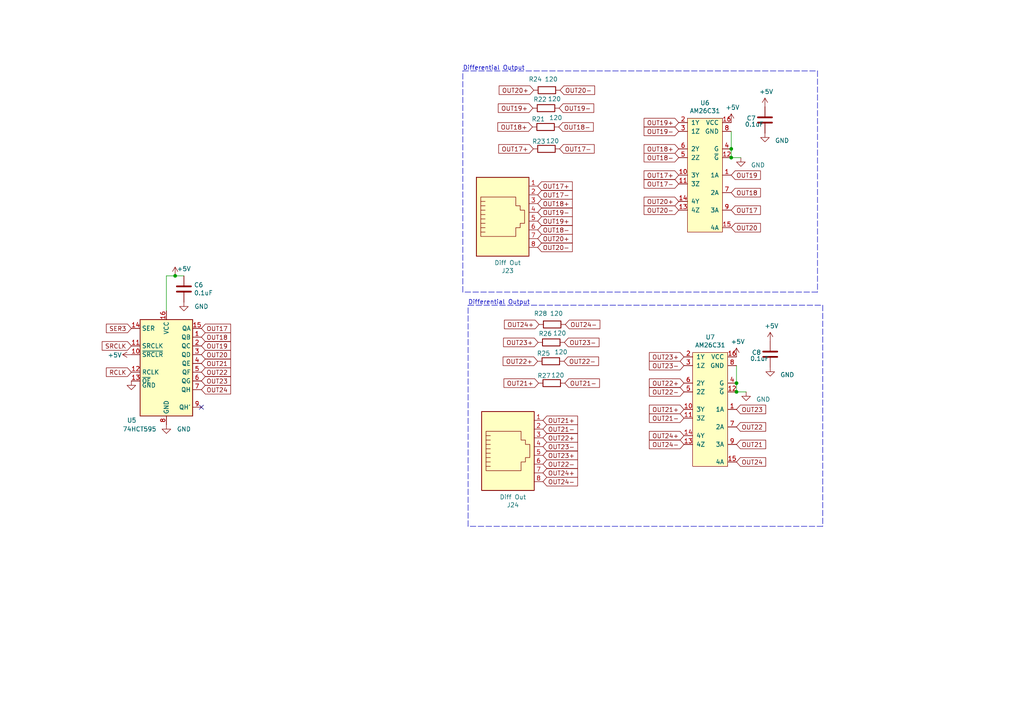
<source format=kicad_sch>
(kicad_sch (version 20211123) (generator eeschema)
  (paper "A4")
  (title_block (title "ESP32 Controller") (date "2023-01-11") (rev "v1") (company "Scott Hanson"))
  (lib_symbols
    (symbol "74xx:74HCT595"
      (property "Reference" "U" (at -7.62 13.97 0))
      (property "Value" "74HCT595" (at -7.62 -16.51 0))
      (symbol "74HCT595_1_0"
        (pin tri_state line (at 10.16 7.62 180) (length 2.54) (name "QB") (number "1"))
        (pin input line (at -10.16 2.54 0) (length 2.54) (name "~{SRCLR}") (number "10"))
        (pin input line (at -10.16 5.08 0) (length 2.54) (name "SRCLK") (number "11"))
        (pin input line (at -10.16 -2.54 0) (length 2.54) (name "RCLK") (number "12"))
        (pin input line (at -10.16 -5.08 0) (length 2.54) (name "~{OE}") (number "13"))
        (pin input line (at -10.16 10.16 0) (length 2.54) (name "SER") (number "14"))
        (pin tri_state line (at 10.16 10.16 180) (length 2.54) (name "QA") (number "15"))
        (pin power_in line (at 0 15.24 270) (length 2.54) (name "VCC") (number "16"))
        (pin tri_state line (at 10.16 5.08 180) (length 2.54) (name "QC") (number "2"))
        (pin tri_state line (at 10.16 2.54 180) (length 2.54) (name "QD") (number "3"))
        (pin tri_state line (at 10.16 0 180) (length 2.54) (name "QE") (number "4"))
        (pin tri_state line (at 10.16 -2.54 180) (length 2.54) (name "QF") (number "5"))
        (pin tri_state line (at 10.16 -5.08 180) (length 2.54) (name "QG") (number "6"))
        (pin tri_state line (at 10.16 -7.62 180) (length 2.54) (name "QH") (number "7"))
        (pin power_in line (at 0 -17.78 90) (length 2.54) (name "GND") (number "8"))
        (pin output line (at 10.16 -12.7 180) (length 2.54) (name "QH'") (number "9"))
      )
      (symbol "74HCT595_1_1"
        (rectangle (start -7.62 12.7) (end 7.62 -15.24) (stroke (width 0.254)) (fill (type background)))
      )
    )
    (symbol "AM26C31:AM26C31" (pin_names (offset 1.016))
      (property "Reference" "IC" (at -5.08 17.78 0))
      (property "Value" "AM26C31_AM26C31" (at -5.08 -17.78 0))
      (symbol "AM26C31_0_0"
        (pin input line (at -7.62 0 0) (length 2.54) (name "1A") (number "1"))
        (pin output line (at 7.62 0 180) (length 2.54) (name "3Y") (number "10"))
        (pin output line (at 7.62 -2.54 180) (length 2.54) (name "3Z") (number "11"))
        (pin input line (at -7.62 5.08 0) (length 2.54) (name "~{G}") (number "12"))
        (pin output line (at 7.62 -10.16 180) (length 2.54) (name "4Z") (number "13"))
        (pin output line (at 7.62 -7.62 180) (length 2.54) (name "4Y") (number "14"))
        (pin input line (at -7.62 -15.24 0) (length 2.54) (name "4A") (number "15"))
        (pin power_in line (at -7.62 15.24 0) (length 2.54) (name "VCC") (number "16"))
        (pin output line (at 7.62 15.24 180) (length 2.54) (name "1Y") (number "2"))
        (pin output line (at 7.62 12.7 180) (length 2.54) (name "1Z") (number "3"))
        (pin input line (at -7.62 7.62 0) (length 2.54) (name "G") (number "4"))
        (pin output line (at 7.62 5.08 180) (length 2.54) (name "2Z") (number "5"))
        (pin output line (at 7.62 7.62 180) (length 2.54) (name "2Y") (number "6"))
        (pin input line (at -7.62 -5.08 0) (length 2.54) (name "2A") (number "7"))
        (pin power_in line (at -7.62 12.7 0) (length 2.54) (name "GND") (number "8"))
        (pin input line (at -7.62 -10.16 0) (length 2.54) (name "3A") (number "9"))
      )
      (symbol "AM26C31_0_1"
        (rectangle (start -5.08 16.51) (end 5.08 -16.51) (fill (type background)))
      )
    )
    (symbol "Connector:RJ45" (pin_names (offset 1.016))
      (property "Reference" "J" (at -5.08 13.97 0))
      (property "Value" "RJ45" (at 2.54 13.97 0))
      (symbol "RJ45_0_1"
        (polyline (pts (xy -5.08 4.445) (xy -6.35 4.445)))
        (polyline (pts (xy -5.08 5.715) (xy -6.35 5.715)))
        (polyline (pts (xy -6.35 -3.175) (xy -5.08 -3.175) (xy -5.08 -3.175)))
        (polyline (pts (xy -6.35 -1.905) (xy -5.08 -1.905) (xy -5.08 -1.905)))
        (polyline (pts (xy -6.35 -0.635) (xy -5.08 -0.635) (xy -5.08 -0.635)))
        (polyline (pts (xy -6.35 0.635) (xy -5.08 0.635) (xy -5.08 0.635)))
        (polyline (pts (xy -6.35 1.905) (xy -5.08 1.905) (xy -5.08 1.905)))
        (polyline (pts (xy -5.08 3.175) (xy -6.35 3.175) (xy -6.35 3.175)))
        (polyline (pts (xy -6.35 -4.445) (xy -6.35 6.985) (xy 3.81 6.985) (xy 3.81 4.445) (xy 5.08 4.445) (xy 5.08 3.175) (xy 6.35 3.175) (xy 6.35 -0.635) (xy 5.08 -0.635) (xy 5.08 -1.905) (xy 3.81 -1.905) (xy 3.81 -4.445) (xy -6.35 -4.445) (xy -6.35 -4.445)))
        (rectangle (start 7.62 12.7) (end -7.62 -10.16) (stroke (width 0.254)) (fill (type background)))
      )
      (symbol "RJ45_1_1"
        (pin passive line (at 10.16 -7.62 180) (length 2.54) (name "~") (number "1"))
        (pin passive line (at 10.16 -5.08 180) (length 2.54) (name "~") (number "2"))
        (pin passive line (at 10.16 -2.54 180) (length 2.54) (name "~") (number "3"))
        (pin passive line (at 10.16 0 180) (length 2.54) (name "~") (number "4"))
        (pin passive line (at 10.16 2.54 180) (length 2.54) (name "~") (number "5"))
        (pin passive line (at 10.16 5.08 180) (length 2.54) (name "~") (number "6"))
        (pin passive line (at 10.16 7.62 180) (length 2.54) (name "~") (number "7"))
        (pin passive line (at 10.16 10.16 180) (length 2.54) (name "~") (number "8"))
      )
    )
    (symbol "Device:C" (pin_numbers hide) (pin_names (offset 0.254))
      (property "Reference" "C" (at 0.635 2.54 0))
      (property "Value" "C" (at 0.635 -2.54 0))
      (symbol "C_0_1"
        (polyline (pts (xy -2.032 -0.762) (xy 2.032 -0.762)) (stroke (width 0.508)))
        (polyline (pts (xy -2.032 0.762) (xy 2.032 0.762)) (stroke (width 0.508)))
      )
      (symbol "C_1_1"
        (pin passive line (at 0 3.81 270) (length 2.794) (name "~") (number "1"))
        (pin passive line (at 0 -3.81 90) (length 2.794) (name "~") (number "2"))
      )
    )
    (symbol "PB_16-rescue:C-Device" (pin_numbers hide) (pin_names (offset 0.254))
      (property "Reference" "C" (at 0.635 2.54 0))
      (property "Value" "C-Device" (at 0.635 -2.54 0))
      (symbol "C-Device_0_1"
        (polyline (pts (xy -2.032 -0.762) (xy 2.032 -0.762)) (stroke (width 0.508)))
        (polyline (pts (xy -2.032 0.762) (xy 2.032 0.762)) (stroke (width 0.508)))
      )
      (symbol "C-Device_1_1"
        (pin passive line (at 0 3.81 270) (length 2.794) (name "~") (number "1"))
        (pin passive line (at 0 -3.81 90) (length 2.794) (name "~") (number "2"))
      )
    )
    (symbol "PB_16-rescue:R-Device" (pin_numbers hide) (pin_names (offset 0))
      (property "Reference" "R" (at 2.032 0 90))
      (property "Value" "R-Device" (at 0 0 90))
      (symbol "R-Device_0_1"
        (rectangle (start -1.016 -2.54) (end 1.016 2.54) (stroke (width 0.254)))
      )
      (symbol "R-Device_1_1"
        (pin passive line (at 0 3.81 270) (length 1.27) (name "~") (number "1"))
        (pin passive line (at 0 -3.81 90) (length 1.27) (name "~") (number "2"))
      )
    )
    (symbol "power:+5V" (power) (pin_names (offset 0))
      (property "Value" "+5V" (at 0 3.556 0))
      (symbol "+5V_0_1"
        (polyline (pts (xy -0.762 1.27) (xy 0 2.54)))
        (polyline (pts (xy 0 0) (xy 0 2.54)))
        (polyline (pts (xy 0 2.54) (xy 0.762 1.27)))
      )
      (symbol "+5V_1_1"
        (pin power_in line (at 0 0 90) (length 0) hide (name "+5V") (number "1"))
      )
    )
    (symbol "power:GND" (power) (pin_names (offset 0))
      (property "Value" "GND" (at 0 -3.81 0))
      (symbol "GND_0_1"
        (polyline (pts (xy 0 0) (xy 0 -1.27) (xy 1.27 -1.27) (xy 0 -2.54) (xy -1.27 -1.27) (xy 0 -1.27)))
      )
      (symbol "GND_1_1"
        (pin power_in line (at 0 0 270) (length 0) hide (name "GND") (number "1"))
      )
    )
  )
  (junction (at 213.614 111.125))
  (junction (at 212.09 45.72))
  (junction (at 212.09 43.18))
  (junction (at 50.8 80.01))
  (junction (at 213.614 113.665))
  (no_connect (at 58.42 118.11))
  (polyline (pts (xy 238.633 88.519) (xy 238.633 152.654)))
  (polyline (pts (xy 135.763 152.654) (xy 135.763 88.519)))
  (polyline (pts (xy 237.109 84.709) (xy 134.239 84.709)))
  (polyline (pts (xy 134.239 84.709) (xy 134.239 20.574)))
  (wire (pts (xy 48.26 80.01) (xy 48.26 90.17)))
  (wire (pts (xy 50.8 80.01) (xy 48.26 80.01)))
  (wire (pts (xy 213.614 106.045) (xy 213.614 111.125)))
  (polyline (pts (xy 134.239 20.574) (xy 237.109 20.574)))
  (wire (pts (xy 212.09 45.72) (xy 214.884 45.72)))
  (wire (pts (xy 212.09 38.1) (xy 212.09 43.18)))
  (polyline (pts (xy 135.763 88.519) (xy 238.633 88.519)))
  (wire (pts (xy 53.34 80.01) (xy 50.8 80.01)))
  (polyline (pts (xy 237.109 20.574) (xy 237.109 84.709)))
  (polyline (pts (xy 238.633 152.654) (xy 135.763 152.654)))
  (wire (pts (xy 213.614 113.665) (xy 216.408 113.665)))
  (wire (pts (xy 213.614 111.125) (xy 213.614 113.665)))
  (wire (pts (xy 212.09 43.18) (xy 212.09 45.72)))
  (text "Differential Output" (at 135.763 88.519 0) (effects (font (size 1.27 1.27)) (justify left bottom)))
  (text "Differential Output" (at 134.239 20.574 0) (effects (font (size 1.27 1.27)) (justify left bottom)))
  (global_label "OUT17" (shape input) (at 58.42 95.25 0) (property "Intersheet References" "${INTERSHEET_REFS}" (effects hide)))
  (global_label "SRCLK" (shape input) (at 38.1 100.33 180) (property "Intersheet References" "${INTERSHEET_REFS}" (effects hide)))
  (global_label "OUT19-" (shape input) (at 155.956 61.595 0) (property "Intersheet References" "${INTERSHEET_REFS}" (effects hide)))
  (global_label "OUT18-" (shape input) (at 196.85 45.72 180) (property "Intersheet References" "${INTERSHEET_REFS}" (effects hide)))
  (global_label "OUT20-" (shape input) (at 196.85 60.96 180) (property "Intersheet References" "${INTERSHEET_REFS}" (effects hide)))
  (global_label "OUT22" (shape input) (at 213.614 123.825 0) (property "Intersheet References" "${INTERSHEET_REFS}" (effects hide)))
  (global_label "OUT24" (shape input) (at 213.614 133.985 0) (property "Intersheet References" "${INTERSHEET_REFS}" (effects hide)))
  (global_label "OUT20+" (shape input) (at 196.85 58.42 180) (property "Intersheet References" "${INTERSHEET_REFS}" (effects hide)))
  (global_label "OUT17+" (shape input) (at 155.956 53.975 0) (property "Intersheet References" "${INTERSHEET_REFS}" (effects hide)))
  (global_label "OUT19+" (shape input) (at 155.956 64.135 0) (property "Intersheet References" "${INTERSHEET_REFS}" (effects hide)))
  (global_label "OUT17+" (shape input) (at 154.686 43.18 180) (property "Intersheet References" "${INTERSHEET_REFS}" (effects hide)))
  (global_label "OUT22+" (shape input) (at 155.956 104.775 180) (property "Intersheet References" "${INTERSHEET_REFS}" (effects hide)))
  (global_label "OUT22-" (shape input) (at 198.374 113.665 180) (property "Intersheet References" "${INTERSHEET_REFS}" (effects hide)))
  (global_label "OUT23-" (shape input) (at 163.703 99.314 0) (property "Intersheet References" "${INTERSHEET_REFS}" (effects hide)))
  (global_label "OUT19+" (shape input) (at 154.559 31.369 180) (property "Intersheet References" "${INTERSHEET_REFS}" (effects hide)))
  (global_label "RCLK" (shape input) (at 38.1 107.95 180) (property "Intersheet References" "${INTERSHEET_REFS}" (effects hide)))
  (global_label "OUT20-" (shape input) (at 155.956 71.755 0) (property "Intersheet References" "${INTERSHEET_REFS}" (effects hide)))
  (global_label "OUT22+" (shape input) (at 157.48 127 0) (property "Intersheet References" "${INTERSHEET_REFS}" (effects hide)))
  (global_label "OUT17" (shape input) (at 212.09 60.96 0) (property "Intersheet References" "${INTERSHEET_REFS}" (effects hide)))
  (global_label "OUT21-" (shape input) (at 157.48 124.46 0) (property "Intersheet References" "${INTERSHEET_REFS}" (effects hide)))
  (global_label "OUT22+" (shape input) (at 198.374 111.125 180) (property "Intersheet References" "${INTERSHEET_REFS}" (effects hide)))
  (global_label "OUT22" (shape input) (at 58.42 107.95 0) (property "Intersheet References" "${INTERSHEET_REFS}" (effects hide)))
  (global_label "OUT18+" (shape input) (at 154.432 36.83 180) (property "Intersheet References" "${INTERSHEET_REFS}" (effects hide)))
  (global_label "OUT23+" (shape input) (at 157.48 132.08 0) (property "Intersheet References" "${INTERSHEET_REFS}" (effects hide)))
  (global_label "OUT20-" (shape input) (at 162.433 26.162 0) (property "Intersheet References" "${INTERSHEET_REFS}" (effects hide)))
  (global_label "OUT17-" (shape input) (at 155.956 56.515 0) (property "Intersheet References" "${INTERSHEET_REFS}" (effects hide)))
  (global_label "OUT20+" (shape input) (at 154.813 26.162 180) (property "Intersheet References" "${INTERSHEET_REFS}" (effects hide)))
  (global_label "OUT18" (shape input) (at 58.42 97.79 0) (property "Intersheet References" "${INTERSHEET_REFS}" (effects hide)))
  (global_label "OUT24+" (shape input) (at 198.374 126.365 180) (property "Intersheet References" "${INTERSHEET_REFS}" (effects hide)))
  (global_label "OUT24" (shape input) (at 58.42 113.03 0) (property "Intersheet References" "${INTERSHEET_REFS}" (effects hide)))
  (global_label "OUT21+" (shape input) (at 156.21 111.125 180) (property "Intersheet References" "${INTERSHEET_REFS}" (effects hide)))
  (global_label "OUT20" (shape input) (at 212.09 66.04 0) (property "Intersheet References" "${INTERSHEET_REFS}" (effects hide)))
  (global_label "OUT21+" (shape input) (at 157.48 121.92 0) (property "Intersheet References" "${INTERSHEET_REFS}" (effects hide)))
  (global_label "OUT18-" (shape input) (at 155.956 66.675 0) (property "Intersheet References" "${INTERSHEET_REFS}" (effects hide)))
  (global_label "OUT24-" (shape input) (at 198.374 128.905 180) (property "Intersheet References" "${INTERSHEET_REFS}" (effects hide)))
  (global_label "OUT24+" (shape input) (at 157.48 137.16 0) (property "Intersheet References" "${INTERSHEET_REFS}" (effects hide)))
  (global_label "OUT20+" (shape input) (at 155.956 69.215 0) (property "Intersheet References" "${INTERSHEET_REFS}" (effects hide)))
  (global_label "OUT23-" (shape input) (at 157.48 129.54 0) (property "Intersheet References" "${INTERSHEET_REFS}" (effects hide)))
  (global_label "OUT17-" (shape input) (at 162.306 43.18 0) (property "Intersheet References" "${INTERSHEET_REFS}" (effects hide)))
  (global_label "OUT19+" (shape input) (at 196.85 35.56 180) (property "Intersheet References" "${INTERSHEET_REFS}" (effects hide)))
  (global_label "OUT18+" (shape input) (at 196.85 43.18 180) (property "Intersheet References" "${INTERSHEET_REFS}" (effects hide)))
  (global_label "OUT17-" (shape input) (at 196.85 53.34 180) (property "Intersheet References" "${INTERSHEET_REFS}" (effects hide)))
  (global_label "OUT18-" (shape input) (at 162.052 36.83 0) (property "Intersheet References" "${INTERSHEET_REFS}" (effects hide)))
  (global_label "OUT23" (shape input) (at 58.42 110.49 0) (property "Intersheet References" "${INTERSHEET_REFS}" (effects hide)))
  (global_label "OUT21+" (shape input) (at 198.374 118.745 180) (property "Intersheet References" "${INTERSHEET_REFS}" (effects hide)))
  (global_label "OUT23+" (shape input) (at 198.374 103.505 180) (property "Intersheet References" "${INTERSHEET_REFS}" (effects hide)))
  (global_label "OUT23" (shape input) (at 213.614 118.745 0) (property "Intersheet References" "${INTERSHEET_REFS}" (effects hide)))
  (global_label "OUT24-" (shape input) (at 163.957 94.107 0) (property "Intersheet References" "${INTERSHEET_REFS}" (effects hide)))
  (global_label "OUT21" (shape input) (at 58.42 105.41 0) (property "Intersheet References" "${INTERSHEET_REFS}" (effects hide)))
  (global_label "OUT19" (shape input) (at 58.42 100.33 0) (property "Intersheet References" "${INTERSHEET_REFS}" (effects hide)))
  (global_label "OUT21" (shape input) (at 213.614 128.905 0) (property "Intersheet References" "${INTERSHEET_REFS}" (effects hide)))
  (global_label "SER3" (shape input) (at 38.1 95.25 180) (property "Intersheet References" "${INTERSHEET_REFS}" (effects hide)))
  (global_label "OUT19-" (shape input) (at 162.179 31.369 0) (property "Intersheet References" "${INTERSHEET_REFS}" (effects hide)))
  (global_label "OUT24+" (shape input) (at 156.337 94.107 180) (property "Intersheet References" "${INTERSHEET_REFS}" (effects hide)))
  (global_label "OUT21-" (shape input) (at 198.374 121.285 180) (property "Intersheet References" "${INTERSHEET_REFS}" (effects hide)))
  (global_label "OUT19-" (shape input) (at 196.85 38.1 180) (property "Intersheet References" "${INTERSHEET_REFS}" (effects hide)))
  (global_label "OUT24-" (shape input) (at 157.48 139.7 0) (property "Intersheet References" "${INTERSHEET_REFS}" (effects hide)))
  (global_label "OUT23+" (shape input) (at 156.083 99.314 180) (property "Intersheet References" "${INTERSHEET_REFS}" (effects hide)))
  (global_label "OUT20" (shape input) (at 58.42 102.87 0) (property "Intersheet References" "${INTERSHEET_REFS}" (effects hide)))
  (global_label "OUT17+" (shape input) (at 196.85 50.8 180) (property "Intersheet References" "${INTERSHEET_REFS}" (effects hide)))
  (global_label "OUT21-" (shape input) (at 163.83 111.125 0) (property "Intersheet References" "${INTERSHEET_REFS}" (effects hide)))
  (global_label "OUT22-" (shape input) (at 163.576 104.775 0) (property "Intersheet References" "${INTERSHEET_REFS}" (effects hide)))
  (global_label "OUT23-" (shape input) (at 198.374 106.045 180) (property "Intersheet References" "${INTERSHEET_REFS}" (effects hide)))
  (global_label "OUT18+" (shape input) (at 155.956 59.055 0) (property "Intersheet References" "${INTERSHEET_REFS}" (effects hide)))
  (global_label "OUT19" (shape input) (at 212.09 50.8 0) (property "Intersheet References" "${INTERSHEET_REFS}" (effects hide)))
  (global_label "OUT22-" (shape input) (at 157.48 134.62 0) (property "Intersheet References" "${INTERSHEET_REFS}" (effects hide)))
  (global_label "OUT18" (shape input) (at 212.09 55.88 0) (property "Intersheet References" "${INTERSHEET_REFS}" (effects hide)))
  (symbol (lib_id "AM26C31:AM26C31") (at 204.47 50.8 0) (mirror y) (unit 1)
    (property "Reference" "U6" (at 204.47 29.845 0))
    (property "Value" "AM26C31" (at 204.47 32.1564 0))
    (property "Footprint" "Package_SO:SOIC-16_3.9x9.9mm_P1.27mm" (effects hide))
    (property "Datasheet" "http://www.ti.com.cn/cn/lit/ds/symlink/am26c31.pdf" (effects hide))
    (property "Farnell" "4975637" (effects hide))
    (property "Digi-Key_PN" "296-24344-1-ND" (effects hide))
    (property "MPN" "AM26C31IDR" (effects hide))
    (property "LCSC" "C157476" (effects hide))
  )
  (symbol (lib_id "PB_16-rescue:R-Device") (at 160.02 111.125 90) (unit 1)
    (property "Reference" "R27" (at 159.766 108.966 90) (effects (justify left)))
    (property "Value" "120" (at 163.703 108.839 90) (effects (justify left)))
    (property "Footprint" "Resistor_SMD:R_0603_1608Metric_Pad0.98x0.95mm_HandSolder" (effects hide))
    (property "Digi-Key_PN" "A129677CT-ND" (effects hide))
    (property "MPN" "CRGCQ0603F120R" (effects hide))
    (property "LCSC" "C22787" (effects hide))
  )
  (symbol (lib_id "PB_16-rescue:R-Device") (at 159.766 104.775 270) (unit 1)
    (property "Reference" "R25" (at 155.702 102.489 90) (effects (justify left)))
    (property "Value" "120" (at 160.782 102.108 90) (effects (justify left)))
    (property "Footprint" "Resistor_SMD:R_0603_1608Metric_Pad0.98x0.95mm_HandSolder" (effects hide))
    (property "Digi-Key_PN" "A129677CT-ND" (effects hide))
    (property "MPN" "CRGCQ0603F120R" (effects hide))
    (property "LCSC" "C22787" (effects hide))
  )
  (symbol (lib_id "74xx:74HCT595") (at 48.26 105.41 0) (unit 1)
    (property "Reference" "U5" (at 36.83 121.92 0) (effects (justify left)))
    (property "Value" "74HCT595" (at 35.56 124.46 0) (effects (justify left)))
    (property "Footprint" "Package_SO:SOIC-16_3.9x9.9mm_P1.27mm" (effects hide))
    (property "Datasheet" "https://assets.nexperia.com/documents/data-sheet/74HC_HCT595.pdf" (effects hide))
  )
  (symbol (lib_id "PB_16-rescue:R-Device") (at 158.369 31.369 270) (unit 1)
    (property "Reference" "R22" (at 154.686 28.829 90) (effects (justify left)))
    (property "Value" "120" (at 158.877 28.702 90) (effects (justify left)))
    (property "Footprint" "Resistor_SMD:R_0603_1608Metric_Pad0.98x0.95mm_HandSolder" (effects hide))
    (property "Digi-Key_PN" "A129677CT-ND" (effects hide))
    (property "MPN" "CRGCQ0603F120R" (effects hide))
    (property "LCSC" "C22787" (effects hide))
  )
  (symbol (lib_id "Device:C") (at 221.869 34.798 0) (unit 1)
    (property "Reference" "C7" (at 216.535 34.29 0) (effects (justify left)))
    (property "Value" "0.1uF" (at 216.027 36.068 0) (effects (justify left)))
    (property "Footprint" "Capacitor_SMD:C_0603_1608Metric_Pad1.08x0.95mm_HandSolder" (effects hide))
    (property "Digi-Key_PN" "1276-1935-2-ND" (effects hide))
    (property "MPN" "CL10B104KB8NNWC" (effects hide))
    (property "LCSC" "C14663" (effects hide))
  )
  (symbol (lib_id "PB_16-rescue:R-Device") (at 158.242 36.83 270) (unit 1)
    (property "Reference" "R21" (at 154.178 34.544 90) (effects (justify left)))
    (property "Value" "120" (at 159.258 34.163 90) (effects (justify left)))
    (property "Footprint" "Resistor_SMD:R_0603_1608Metric_Pad0.98x0.95mm_HandSolder" (effects hide))
    (property "Digi-Key_PN" "A129677CT-ND" (effects hide))
    (property "MPN" "CRGCQ0603F120R" (effects hide))
    (property "LCSC" "C22787" (effects hide))
  )
  (symbol (lib_id "power:+5V") (at 213.614 103.505 0) (unit 1)
    (property "Reference" "#PWR048" (effects hide))
    (property "Value" "+5V" (at 213.995 99.1108 0))
  )
  (symbol (lib_id "power:+5V") (at 212.09 35.56 0) (unit 1)
    (property "Reference" "#PWR047" (effects hide))
    (property "Value" "+5V" (at 212.471 31.1658 0))
  )
  (symbol (lib_id "PB_16-rescue:R-Device") (at 160.147 94.107 90) (unit 1)
    (property "Reference" "R28" (at 158.75 90.932 90) (effects (justify left)))
    (property "Value" "120" (at 163.322 90.932 90) (effects (justify left)))
    (property "Footprint" "Resistor_SMD:R_0603_1608Metric_Pad0.98x0.95mm_HandSolder" (effects hide))
    (property "Digi-Key_PN" "A129677CT-ND" (effects hide))
    (property "MPN" "CRGCQ0603F120R" (effects hide))
    (property "LCSC" "C22787" (effects hide))
  )
  (symbol (lib_id "Connector:RJ45") (at 145.796 61.595 0) (mirror x) (unit 1)
    (property "Reference" "J23" (at 147.2438 78.5368 0))
    (property "Value" "Diff Out" (at 147.2438 76.2254 0))
    (property "Footprint" "RJ45:RJ45_Amphenol_54602-x08_Horizontal" (effects hide))
    (property "Digi-Key_PN" "AE10392-ND" (effects hide))
    (property "MPN" "X05ADIWA1DY1022" (effects hide))
    (property "LCSC" "C2938579" (effects hide))
  )
  (symbol (lib_id "PB_16-rescue:R-Device") (at 159.893 99.314 270) (unit 1)
    (property "Reference" "R26" (at 156.21 96.774 90) (effects (justify left)))
    (property "Value" "120" (at 160.401 96.647 90) (effects (justify left)))
    (property "Footprint" "Resistor_SMD:R_0603_1608Metric_Pad0.98x0.95mm_HandSolder" (effects hide))
    (property "Digi-Key_PN" "A129677CT-ND" (effects hide))
    (property "MPN" "CRGCQ0603F120R" (effects hide))
    (property "LCSC" "C22787" (effects hide))
  )
  (symbol (lib_id "power:GND") (at 48.26 123.19 0) (unit 1)
    (property "Reference" "#PWR010" (effects hide))
    (property "Value" "GND" (at 53.34 124.46 0))
  )
  (symbol (lib_id "power:GND") (at 216.408 113.665 0) (unit 1)
    (property "Reference" "#PWR050" (effects hide))
    (property "Value" "GND" (at 221.361 115.824 0))
  )
  (symbol (lib_id "Connector:RJ45") (at 147.32 129.54 0) (mirror x) (unit 1)
    (property "Reference" "J24" (at 148.7678 146.4818 0))
    (property "Value" "Diff Out" (at 148.7678 144.1704 0))
    (property "Footprint" "RJ45:RJ45_Amphenol_54602-x08_Horizontal" (effects hide))
    (property "Digi-Key_PN" "AE10392-ND" (effects hide))
    (property "MPN" "X05ADIWA1DY1022" (effects hide))
    (property "LCSC" "C2938579" (effects hide))
  )
  (symbol (lib_id "Device:C") (at 223.393 102.743 0) (unit 1)
    (property "Reference" "C8" (at 218.059 102.235 0) (effects (justify left)))
    (property "Value" "0.1uF" (at 217.551 104.013 0) (effects (justify left)))
    (property "Footprint" "Capacitor_SMD:C_0603_1608Metric_Pad1.08x0.95mm_HandSolder" (effects hide))
    (property "Digi-Key_PN" "1276-1935-2-ND" (effects hide))
    (property "MPN" "CL10B104KB8NNWC" (effects hide))
    (property "LCSC" "C14663" (effects hide))
  )
  (symbol (lib_id "power:+5V") (at 223.393 98.933 0) (unit 1)
    (property "Reference" "#PWR053" (effects hide))
    (property "Value" "+5V" (at 223.774 94.5388 0))
  )
  (symbol (lib_id "AM26C31:AM26C31") (at 205.994 118.745 0) (mirror y) (unit 1)
    (property "Reference" "U7" (at 205.994 97.79 0))
    (property "Value" "AM26C31" (at 205.994 100.1014 0))
    (property "Footprint" "Package_SO:SOIC-16_3.9x9.9mm_P1.27mm" (effects hide))
    (property "Datasheet" "http://www.ti.com.cn/cn/lit/ds/symlink/am26c31.pdf" (effects hide))
    (property "Farnell" "4975637" (effects hide))
    (property "Digi-Key_PN" "296-24344-1-ND" (effects hide))
    (property "MPN" "AM26C31IDR" (effects hide))
    (property "LCSC" "C157476" (effects hide))
  )
  (symbol (lib_id "PB_16-rescue:R-Device") (at 158.623 26.162 90) (unit 1)
    (property "Reference" "R24" (at 157.226 22.987 90) (effects (justify left)))
    (property "Value" "120" (at 161.798 22.987 90) (effects (justify left)))
    (property "Footprint" "Resistor_SMD:R_0603_1608Metric_Pad0.98x0.95mm_HandSolder" (effects hide))
    (property "Digi-Key_PN" "A129677CT-ND" (effects hide))
    (property "MPN" "CRGCQ0603F120R" (effects hide))
    (property "LCSC" "C22787" (effects hide))
  )
  (symbol (lib_id "PB_16-rescue:C-Device") (at 53.34 83.82 0) (unit 1)
    (property "Reference" "C6" (at 56.261 82.6516 0) (effects (justify left)))
    (property "Value" "0.1uF" (at 56.261 84.963 0) (effects (justify left)))
    (property "Footprint" "Capacitor_SMD:C_0603_1608Metric_Pad1.08x0.95mm_HandSolder" (effects hide))
    (property "Digi-Key_PN" "1276-1007-1-ND" (effects hide))
    (property "MPN" "CL21F104ZBCNNNC" (effects hide))
    (property "LCSC" "C49678" (effects hide))
  )
  (symbol (lib_id "power:GND") (at 53.34 87.63 0) (unit 1)
    (property "Reference" "#PWR046" (effects hide))
    (property "Value" "GND" (at 58.42 88.9 0))
  )
  (symbol (lib_id "power:GND") (at 214.884 45.72 0) (unit 1)
    (property "Reference" "#PWR049" (effects hide))
    (property "Value" "GND" (at 219.837 47.879 0))
  )
  (symbol (lib_id "PB_16-rescue:R-Device") (at 158.496 43.18 90) (unit 1)
    (property "Reference" "R23" (at 158.242 41.021 90) (effects (justify left)))
    (property "Value" "120" (at 162.179 40.894 90) (effects (justify left)))
    (property "Footprint" "Resistor_SMD:R_0603_1608Metric_Pad0.98x0.95mm_HandSolder" (effects hide))
    (property "Digi-Key_PN" "A129677CT-ND" (effects hide))
    (property "MPN" "CRGCQ0603F120R" (effects hide))
    (property "LCSC" "C22787" (effects hide))
  )
  (symbol (lib_id "power:GND") (at 221.869 38.608 0) (unit 1)
    (property "Reference" "#PWR052" (effects hide))
    (property "Value" "GND" (at 226.822 40.767 0))
  )
  (symbol (lib_id "power:GND") (at 38.1 110.49 0) (unit 1)
    (property "Reference" "#PWR09" (effects hide))
    (property "Value" "GND" (at 43.18 111.76 0))
  )
  (symbol (lib_id "power:+5V") (at 38.1 102.87 90) (unit 1)
    (property "Reference" "#PWR08" (effects hide))
    (property "Value" "+5V" (at 33.274 102.997 90))
  )
  (symbol (lib_id "power:+5V") (at 221.869 30.988 0) (unit 1)
    (property "Reference" "#PWR051" (effects hide))
    (property "Value" "+5V" (at 222.25 26.5938 0))
  )
  (symbol (lib_id "power:+5V") (at 50.8 80.01 0) (unit 1)
    (property "Reference" "#PWR045" (effects hide))
    (property "Value" "+5V" (at 53.34 77.978 0))
  )
  (symbol (lib_id "power:GND") (at 223.393 106.553 0) (unit 1)
    (property "Reference" "#PWR054" (effects hide))
    (property "Value" "GND" (at 228.346 108.712 0))
  )
)
</source>
